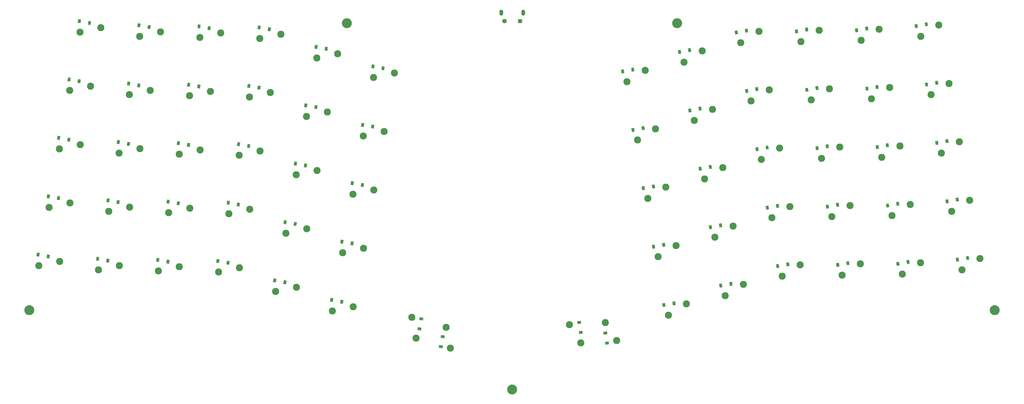
<source format=gbr>
G04 #@! TF.GenerationSoftware,KiCad,Pcbnew,(2017-07-28 revision 75cda5021)-master*
G04 #@! TF.CreationDate,2017-07-30T20:24:49-04:00*
G04 #@! TF.ProjectId,keyboard,6B6579626F6172642E6B696361645F70,rev?*
G04 #@! TF.SameCoordinates,Original*
G04 #@! TF.FileFunction,Soldermask,Bot*
G04 #@! TF.FilePolarity,Negative*
%FSLAX46Y46*%
G04 Gerber Fmt 4.6, Leading zero omitted, Abs format (unit mm)*
G04 Created by KiCad (PCBNEW (2017-07-28 revision 75cda5021)-master) date Sun Jul 30 20:24:49 2017*
%MOMM*%
%LPD*%
G01*
G04 APERTURE LIST*
%ADD10C,3.200000*%
%ADD11C,2.286000*%
%ADD12O,1.200000X1.900000*%
%ADD13C,1.450000*%
%ADD14C,0.900000*%
%ADD15C,0.100000*%
G04 APERTURE END LIST*
D10*
X178999998Y-154926683D03*
X333808056Y-129462701D03*
X24191942Y-129462701D03*
X231965706Y-37273705D03*
X126034292Y-37273705D03*
D11*
X221708452Y-52434479D03*
X215895989Y-56038557D03*
X47144131Y-38746240D03*
X40449536Y-40144986D03*
X134678369Y-90837788D03*
X127983774Y-92236534D03*
X137986367Y-72077200D03*
X131291772Y-73475946D03*
X201035500Y-139974224D03*
X197431422Y-134161761D03*
X208908308Y-133427669D03*
X212512386Y-139240132D03*
D12*
X175555000Y-33876000D03*
X182555000Y-33876000D03*
D13*
X176555000Y-36576000D03*
X181555000Y-36576000D03*
D11*
X43836133Y-57506828D03*
X37141538Y-58905574D03*
X40528135Y-76267416D03*
X33833540Y-77666162D03*
X37220137Y-95028004D03*
X30525542Y-96426750D03*
X33912139Y-113788592D03*
X27217544Y-115187338D03*
X66252015Y-40084622D03*
X59557420Y-41483368D03*
X62944017Y-58845210D03*
X56249422Y-60243956D03*
X59636019Y-77605798D03*
X52941424Y-79004544D03*
X56328021Y-96366386D03*
X49633426Y-97765132D03*
X53020023Y-115126974D03*
X46325428Y-116525720D03*
X85533547Y-40438196D03*
X78838952Y-41836942D03*
X82225549Y-59198784D03*
X75530954Y-60597530D03*
X78917551Y-77959372D03*
X72222956Y-79358118D03*
X75609553Y-96719960D03*
X68914958Y-98118706D03*
X72301555Y-115480548D03*
X65606960Y-116879294D03*
X104815079Y-40791770D03*
X98120484Y-42190516D03*
X101507081Y-59552358D03*
X94812486Y-60951104D03*
X98199083Y-78312946D03*
X91504488Y-79711692D03*
X94891085Y-97073534D03*
X88196490Y-98472280D03*
X91583087Y-115834122D03*
X84888492Y-117232868D03*
X123054722Y-47054191D03*
X116360127Y-48452937D03*
X119746724Y-65814779D03*
X113052129Y-67213525D03*
X116438726Y-84575367D03*
X109744131Y-85974113D03*
X113130728Y-103335955D03*
X106436133Y-104734701D03*
X109822730Y-122096543D03*
X103128135Y-123495289D03*
X141294365Y-53316612D03*
X134599770Y-54715358D03*
X131370371Y-109598376D03*
X124675776Y-110997122D03*
X128062373Y-128358964D03*
X121367778Y-129757710D03*
X225016450Y-71195067D03*
X219203987Y-74799145D03*
X228324448Y-89955655D03*
X222511985Y-93559733D03*
X231632446Y-108716243D03*
X225819983Y-112320321D03*
X234940444Y-127476831D03*
X229127981Y-131080909D03*
X239948096Y-46172058D03*
X234135633Y-49776136D03*
X243256094Y-64932646D03*
X237443631Y-68536724D03*
X246564092Y-83693234D03*
X240751629Y-87297312D03*
X249872090Y-102453822D03*
X244059627Y-106057900D03*
X253180088Y-121214410D03*
X247367625Y-124818488D03*
X258187740Y-39909637D03*
X252375277Y-43513715D03*
X261495738Y-58670225D03*
X255683275Y-62274303D03*
X264803736Y-77430813D03*
X258991273Y-81034891D03*
X268111734Y-96191401D03*
X262299271Y-99795479D03*
X271419732Y-114951989D03*
X265607269Y-118556067D03*
X277469273Y-39556063D03*
X271656810Y-43160141D03*
X280777271Y-58316651D03*
X274964808Y-61920729D03*
X284085269Y-77077239D03*
X278272806Y-80681317D03*
X287393267Y-95837827D03*
X281580804Y-99441905D03*
X290701265Y-114598415D03*
X284888802Y-118202493D03*
X296750806Y-39202489D03*
X290938343Y-42806567D03*
X300058804Y-57963077D03*
X294246341Y-61567155D03*
X303366802Y-76723665D03*
X297554339Y-80327743D03*
X306674800Y-95484253D03*
X300862337Y-99088331D03*
X309982798Y-114244841D03*
X304170335Y-117848919D03*
X315858691Y-37864107D03*
X310046228Y-41468185D03*
X319166689Y-56624695D03*
X313354226Y-60228773D03*
X322474687Y-75385283D03*
X316662224Y-78989361D03*
X325782685Y-94145871D03*
X319970222Y-97749949D03*
X329090683Y-112906459D03*
X323278220Y-116510537D03*
X148209552Y-138430492D03*
X146810806Y-131735897D03*
X157846625Y-134971401D03*
X159245371Y-141665996D03*
D14*
X43472985Y-37164724D03*
D15*
G36*
X44020337Y-36651981D02*
X43811960Y-37833750D01*
X42925633Y-37677467D01*
X43134010Y-36495698D01*
X44020337Y-36651981D01*
X44020337Y-36651981D01*
G37*
D14*
X40223119Y-36591686D03*
D15*
G36*
X40770471Y-36078943D02*
X40562094Y-37260712D01*
X39675767Y-37104429D01*
X39884144Y-35922660D01*
X40770471Y-36078943D01*
X40770471Y-36078943D01*
G37*
D14*
X36915121Y-55352274D03*
D15*
G36*
X37462473Y-54839531D02*
X37254096Y-56021300D01*
X36367769Y-55865017D01*
X36576146Y-54683248D01*
X37462473Y-54839531D01*
X37462473Y-54839531D01*
G37*
D14*
X40164987Y-55925312D03*
D15*
G36*
X40712339Y-55412569D02*
X40503962Y-56594338D01*
X39617635Y-56438055D01*
X39826012Y-55256286D01*
X40712339Y-55412569D01*
X40712339Y-55412569D01*
G37*
D14*
X36856989Y-74685900D03*
D15*
G36*
X37404341Y-74173157D02*
X37195964Y-75354926D01*
X36309637Y-75198643D01*
X36518014Y-74016874D01*
X37404341Y-74173157D01*
X37404341Y-74173157D01*
G37*
D14*
X33607123Y-74112862D03*
D15*
G36*
X34154475Y-73600119D02*
X33946098Y-74781888D01*
X33059771Y-74625605D01*
X33268148Y-73443836D01*
X34154475Y-73600119D01*
X34154475Y-73600119D01*
G37*
D14*
X30299125Y-92873450D03*
D15*
G36*
X30846477Y-92360707D02*
X30638100Y-93542476D01*
X29751773Y-93386193D01*
X29960150Y-92204424D01*
X30846477Y-92360707D01*
X30846477Y-92360707D01*
G37*
D14*
X33548991Y-93446488D03*
D15*
G36*
X34096343Y-92933745D02*
X33887966Y-94115514D01*
X33001639Y-93959231D01*
X33210016Y-92777462D01*
X34096343Y-92933745D01*
X34096343Y-92933745D01*
G37*
D14*
X30240993Y-112207076D03*
D15*
G36*
X30788345Y-111694333D02*
X30579968Y-112876102D01*
X29693641Y-112719819D01*
X29902018Y-111538050D01*
X30788345Y-111694333D01*
X30788345Y-111694333D01*
G37*
D14*
X26991127Y-111634038D03*
D15*
G36*
X27538479Y-111121295D02*
X27330102Y-112303064D01*
X26443775Y-112146781D01*
X26652152Y-110965012D01*
X27538479Y-111121295D01*
X27538479Y-111121295D01*
G37*
D14*
X59331003Y-37930068D03*
D15*
G36*
X59878355Y-37417325D02*
X59669978Y-38599094D01*
X58783651Y-38442811D01*
X58992028Y-37261042D01*
X59878355Y-37417325D01*
X59878355Y-37417325D01*
G37*
D14*
X62580869Y-38503106D03*
D15*
G36*
X63128221Y-37990363D02*
X62919844Y-39172132D01*
X62033517Y-39015849D01*
X62241894Y-37834080D01*
X63128221Y-37990363D01*
X63128221Y-37990363D01*
G37*
D14*
X59272871Y-57263694D03*
D15*
G36*
X59820223Y-56750951D02*
X59611846Y-57932720D01*
X58725519Y-57776437D01*
X58933896Y-56594668D01*
X59820223Y-56750951D01*
X59820223Y-56750951D01*
G37*
D14*
X56023005Y-56690656D03*
D15*
G36*
X56570357Y-56177913D02*
X56361980Y-57359682D01*
X55475653Y-57203399D01*
X55684030Y-56021630D01*
X56570357Y-56177913D01*
X56570357Y-56177913D01*
G37*
D14*
X52715007Y-75451244D03*
D15*
G36*
X53262359Y-74938501D02*
X53053982Y-76120270D01*
X52167655Y-75963987D01*
X52376032Y-74782218D01*
X53262359Y-74938501D01*
X53262359Y-74938501D01*
G37*
D14*
X55964873Y-76024282D03*
D15*
G36*
X56512225Y-75511539D02*
X56303848Y-76693308D01*
X55417521Y-76537025D01*
X55625898Y-75355256D01*
X56512225Y-75511539D01*
X56512225Y-75511539D01*
G37*
D14*
X52656875Y-94784870D03*
D15*
G36*
X53204227Y-94272127D02*
X52995850Y-95453896D01*
X52109523Y-95297613D01*
X52317900Y-94115844D01*
X53204227Y-94272127D01*
X53204227Y-94272127D01*
G37*
D14*
X49407009Y-94211832D03*
D15*
G36*
X49954361Y-93699089D02*
X49745984Y-94880858D01*
X48859657Y-94724575D01*
X49068034Y-93542806D01*
X49954361Y-93699089D01*
X49954361Y-93699089D01*
G37*
D14*
X46099011Y-112972420D03*
D15*
G36*
X46646363Y-112459677D02*
X46437986Y-113641446D01*
X45551659Y-113485163D01*
X45760036Y-112303394D01*
X46646363Y-112459677D01*
X46646363Y-112459677D01*
G37*
D14*
X49348877Y-113545458D03*
D15*
G36*
X49896229Y-113032715D02*
X49687852Y-114214484D01*
X48801525Y-114058201D01*
X49009902Y-112876432D01*
X49896229Y-113032715D01*
X49896229Y-113032715D01*
G37*
D14*
X81862401Y-38856680D03*
D15*
G36*
X82409753Y-38343937D02*
X82201376Y-39525706D01*
X81315049Y-39369423D01*
X81523426Y-38187654D01*
X82409753Y-38343937D01*
X82409753Y-38343937D01*
G37*
D14*
X78612535Y-38283642D03*
D15*
G36*
X79159887Y-37770899D02*
X78951510Y-38952668D01*
X78065183Y-38796385D01*
X78273560Y-37614616D01*
X79159887Y-37770899D01*
X79159887Y-37770899D01*
G37*
D14*
X75304537Y-57044230D03*
D15*
G36*
X75851889Y-56531487D02*
X75643512Y-57713256D01*
X74757185Y-57556973D01*
X74965562Y-56375204D01*
X75851889Y-56531487D01*
X75851889Y-56531487D01*
G37*
D14*
X78554403Y-57617268D03*
D15*
G36*
X79101755Y-57104525D02*
X78893378Y-58286294D01*
X78007051Y-58130011D01*
X78215428Y-56948242D01*
X79101755Y-57104525D01*
X79101755Y-57104525D01*
G37*
D14*
X75246405Y-76377856D03*
D15*
G36*
X75793757Y-75865113D02*
X75585380Y-77046882D01*
X74699053Y-76890599D01*
X74907430Y-75708830D01*
X75793757Y-75865113D01*
X75793757Y-75865113D01*
G37*
D14*
X71996539Y-75804818D03*
D15*
G36*
X72543891Y-75292075D02*
X72335514Y-76473844D01*
X71449187Y-76317561D01*
X71657564Y-75135792D01*
X72543891Y-75292075D01*
X72543891Y-75292075D01*
G37*
D14*
X68688541Y-94565406D03*
D15*
G36*
X69235893Y-94052663D02*
X69027516Y-95234432D01*
X68141189Y-95078149D01*
X68349566Y-93896380D01*
X69235893Y-94052663D01*
X69235893Y-94052663D01*
G37*
D14*
X71938407Y-95138444D03*
D15*
G36*
X72485759Y-94625701D02*
X72277382Y-95807470D01*
X71391055Y-95651187D01*
X71599432Y-94469418D01*
X72485759Y-94625701D01*
X72485759Y-94625701D01*
G37*
D14*
X68630409Y-113899032D03*
D15*
G36*
X69177761Y-113386289D02*
X68969384Y-114568058D01*
X68083057Y-114411775D01*
X68291434Y-113230006D01*
X69177761Y-113386289D01*
X69177761Y-113386289D01*
G37*
D14*
X65380543Y-113325994D03*
D15*
G36*
X65927895Y-112813251D02*
X65719518Y-113995020D01*
X64833191Y-113838737D01*
X65041568Y-112656968D01*
X65927895Y-112813251D01*
X65927895Y-112813251D01*
G37*
D14*
X97894067Y-38637216D03*
D15*
G36*
X98441419Y-38124473D02*
X98233042Y-39306242D01*
X97346715Y-39149959D01*
X97555092Y-37968190D01*
X98441419Y-38124473D01*
X98441419Y-38124473D01*
G37*
D14*
X101143933Y-39210254D03*
D15*
G36*
X101691285Y-38697511D02*
X101482908Y-39879280D01*
X100596581Y-39722997D01*
X100804958Y-38541228D01*
X101691285Y-38697511D01*
X101691285Y-38697511D01*
G37*
D14*
X97835935Y-57970842D03*
D15*
G36*
X98383287Y-57458099D02*
X98174910Y-58639868D01*
X97288583Y-58483585D01*
X97496960Y-57301816D01*
X98383287Y-57458099D01*
X98383287Y-57458099D01*
G37*
D14*
X94586069Y-57397804D03*
D15*
G36*
X95133421Y-56885061D02*
X94925044Y-58066830D01*
X94038717Y-57910547D01*
X94247094Y-56728778D01*
X95133421Y-56885061D01*
X95133421Y-56885061D01*
G37*
D14*
X91278071Y-76158392D03*
D15*
G36*
X91825423Y-75645649D02*
X91617046Y-76827418D01*
X90730719Y-76671135D01*
X90939096Y-75489366D01*
X91825423Y-75645649D01*
X91825423Y-75645649D01*
G37*
D14*
X94527937Y-76731430D03*
D15*
G36*
X95075289Y-76218687D02*
X94866912Y-77400456D01*
X93980585Y-77244173D01*
X94188962Y-76062404D01*
X95075289Y-76218687D01*
X95075289Y-76218687D01*
G37*
D14*
X91219939Y-95492018D03*
D15*
G36*
X91767291Y-94979275D02*
X91558914Y-96161044D01*
X90672587Y-96004761D01*
X90880964Y-94822992D01*
X91767291Y-94979275D01*
X91767291Y-94979275D01*
G37*
D14*
X87970073Y-94918980D03*
D15*
G36*
X88517425Y-94406237D02*
X88309048Y-95588006D01*
X87422721Y-95431723D01*
X87631098Y-94249954D01*
X88517425Y-94406237D01*
X88517425Y-94406237D01*
G37*
D14*
X87911941Y-114252606D03*
D15*
G36*
X88459293Y-113739863D02*
X88250916Y-114921632D01*
X87364589Y-114765349D01*
X87572966Y-113583580D01*
X88459293Y-113739863D01*
X88459293Y-113739863D01*
G37*
D14*
X84662075Y-113679568D03*
D15*
G36*
X85209427Y-113166825D02*
X85001050Y-114348594D01*
X84114723Y-114192311D01*
X84323100Y-113010542D01*
X85209427Y-113166825D01*
X85209427Y-113166825D01*
G37*
D14*
X116133710Y-44899637D03*
D15*
G36*
X116681062Y-44386894D02*
X116472685Y-45568663D01*
X115586358Y-45412380D01*
X115794735Y-44230611D01*
X116681062Y-44386894D01*
X116681062Y-44386894D01*
G37*
D14*
X119383576Y-45472675D03*
D15*
G36*
X119930928Y-44959932D02*
X119722551Y-46141701D01*
X118836224Y-45985418D01*
X119044601Y-44803649D01*
X119930928Y-44959932D01*
X119930928Y-44959932D01*
G37*
D14*
X112825712Y-63660225D03*
D15*
G36*
X113373064Y-63147482D02*
X113164687Y-64329251D01*
X112278360Y-64172968D01*
X112486737Y-62991199D01*
X113373064Y-63147482D01*
X113373064Y-63147482D01*
G37*
D14*
X116075578Y-64233263D03*
D15*
G36*
X116622930Y-63720520D02*
X116414553Y-64902289D01*
X115528226Y-64746006D01*
X115736603Y-63564237D01*
X116622930Y-63720520D01*
X116622930Y-63720520D01*
G37*
D14*
X112767580Y-82993851D03*
D15*
G36*
X113314932Y-82481108D02*
X113106555Y-83662877D01*
X112220228Y-83506594D01*
X112428605Y-82324825D01*
X113314932Y-82481108D01*
X113314932Y-82481108D01*
G37*
D14*
X109517714Y-82420813D03*
D15*
G36*
X110065066Y-81908070D02*
X109856689Y-83089839D01*
X108970362Y-82933556D01*
X109178739Y-81751787D01*
X110065066Y-81908070D01*
X110065066Y-81908070D01*
G37*
D14*
X106209716Y-101181401D03*
D15*
G36*
X106757068Y-100668658D02*
X106548691Y-101850427D01*
X105662364Y-101694144D01*
X105870741Y-100512375D01*
X106757068Y-100668658D01*
X106757068Y-100668658D01*
G37*
D14*
X109459582Y-101754439D03*
D15*
G36*
X110006934Y-101241696D02*
X109798557Y-102423465D01*
X108912230Y-102267182D01*
X109120607Y-101085413D01*
X110006934Y-101241696D01*
X110006934Y-101241696D01*
G37*
D14*
X106151584Y-120515027D03*
D15*
G36*
X106698936Y-120002284D02*
X106490559Y-121184053D01*
X105604232Y-121027770D01*
X105812609Y-119846001D01*
X106698936Y-120002284D01*
X106698936Y-120002284D01*
G37*
D14*
X102901718Y-119941989D03*
D15*
G36*
X103449070Y-119429246D02*
X103240693Y-120611015D01*
X102354366Y-120454732D01*
X102562743Y-119272963D01*
X103449070Y-119429246D01*
X103449070Y-119429246D01*
G37*
D14*
X134373353Y-51162058D03*
D15*
G36*
X134920705Y-50649315D02*
X134712328Y-51831084D01*
X133826001Y-51674801D01*
X134034378Y-50493032D01*
X134920705Y-50649315D01*
X134920705Y-50649315D01*
G37*
D14*
X137623219Y-51735096D03*
D15*
G36*
X138170571Y-51222353D02*
X137962194Y-52404122D01*
X137075867Y-52247839D01*
X137284244Y-51066070D01*
X138170571Y-51222353D01*
X138170571Y-51222353D01*
G37*
D14*
X134315221Y-70495684D03*
D15*
G36*
X134862573Y-69982941D02*
X134654196Y-71164710D01*
X133767869Y-71008427D01*
X133976246Y-69826658D01*
X134862573Y-69982941D01*
X134862573Y-69982941D01*
G37*
D14*
X131065355Y-69922646D03*
D15*
G36*
X131612707Y-69409903D02*
X131404330Y-70591672D01*
X130518003Y-70435389D01*
X130726380Y-69253620D01*
X131612707Y-69409903D01*
X131612707Y-69409903D01*
G37*
D14*
X127757357Y-88683234D03*
D15*
G36*
X128304709Y-88170491D02*
X128096332Y-89352260D01*
X127210005Y-89195977D01*
X127418382Y-88014208D01*
X128304709Y-88170491D01*
X128304709Y-88170491D01*
G37*
D14*
X131007223Y-89256272D03*
D15*
G36*
X131554575Y-88743529D02*
X131346198Y-89925298D01*
X130459871Y-89769015D01*
X130668248Y-88587246D01*
X131554575Y-88743529D01*
X131554575Y-88743529D01*
G37*
D14*
X124449359Y-107443822D03*
D15*
G36*
X124996711Y-106931079D02*
X124788334Y-108112848D01*
X123902007Y-107956565D01*
X124110384Y-106774796D01*
X124996711Y-106931079D01*
X124996711Y-106931079D01*
G37*
D14*
X127699225Y-108016860D03*
D15*
G36*
X128246577Y-107504117D02*
X128038200Y-108685886D01*
X127151873Y-108529603D01*
X127360250Y-107347834D01*
X128246577Y-107504117D01*
X128246577Y-107504117D01*
G37*
D14*
X124391227Y-126777448D03*
D15*
G36*
X124938579Y-126264705D02*
X124730202Y-127446474D01*
X123843875Y-127290191D01*
X124052252Y-126108422D01*
X124938579Y-126264705D01*
X124938579Y-126264705D01*
G37*
D14*
X121141361Y-126204410D03*
D15*
G36*
X121688713Y-125691667D02*
X121480336Y-126873436D01*
X120594009Y-126717153D01*
X120802386Y-125535384D01*
X121688713Y-125691667D01*
X121688713Y-125691667D01*
G37*
D14*
X217717793Y-52203948D03*
D15*
G36*
X218056768Y-51534922D02*
X218265145Y-52716691D01*
X217378818Y-52872974D01*
X217170441Y-51691205D01*
X218056768Y-51534922D01*
X218056768Y-51534922D01*
G37*
D14*
X214467927Y-52776986D03*
D15*
G36*
X214806902Y-52107960D02*
X215015279Y-53289729D01*
X214128952Y-53446012D01*
X213920575Y-52264243D01*
X214806902Y-52107960D01*
X214806902Y-52107960D01*
G37*
D14*
X217775925Y-71537574D03*
D15*
G36*
X218114900Y-70868548D02*
X218323277Y-72050317D01*
X217436950Y-72206600D01*
X217228573Y-71024831D01*
X218114900Y-70868548D01*
X218114900Y-70868548D01*
G37*
D14*
X221025791Y-70964536D03*
D15*
G36*
X221364766Y-70295510D02*
X221573143Y-71477279D01*
X220686816Y-71633562D01*
X220478439Y-70451793D01*
X221364766Y-70295510D01*
X221364766Y-70295510D01*
G37*
D14*
X224333789Y-89725124D03*
D15*
G36*
X224672764Y-89056098D02*
X224881141Y-90237867D01*
X223994814Y-90394150D01*
X223786437Y-89212381D01*
X224672764Y-89056098D01*
X224672764Y-89056098D01*
G37*
D14*
X221083923Y-90298162D03*
D15*
G36*
X221422898Y-89629136D02*
X221631275Y-90810905D01*
X220744948Y-90967188D01*
X220536571Y-89785419D01*
X221422898Y-89629136D01*
X221422898Y-89629136D01*
G37*
D14*
X224391921Y-109058750D03*
D15*
G36*
X224730896Y-108389724D02*
X224939273Y-109571493D01*
X224052946Y-109727776D01*
X223844569Y-108546007D01*
X224730896Y-108389724D01*
X224730896Y-108389724D01*
G37*
D14*
X227641787Y-108485712D03*
D15*
G36*
X227980762Y-107816686D02*
X228189139Y-108998455D01*
X227302812Y-109154738D01*
X227094435Y-107972969D01*
X227980762Y-107816686D01*
X227980762Y-107816686D01*
G37*
D14*
X230949785Y-127246300D03*
D15*
G36*
X231288760Y-126577274D02*
X231497137Y-127759043D01*
X230610810Y-127915326D01*
X230402433Y-126733557D01*
X231288760Y-126577274D01*
X231288760Y-126577274D01*
G37*
D14*
X227699919Y-127819338D03*
D15*
G36*
X228038894Y-127150312D02*
X228247271Y-128332081D01*
X227360944Y-128488364D01*
X227152567Y-127306595D01*
X228038894Y-127150312D01*
X228038894Y-127150312D01*
G37*
D14*
X232707571Y-46514565D03*
D15*
G36*
X233046546Y-45845539D02*
X233254923Y-47027308D01*
X232368596Y-47183591D01*
X232160219Y-46001822D01*
X233046546Y-45845539D01*
X233046546Y-45845539D01*
G37*
D14*
X235957437Y-45941527D03*
D15*
G36*
X236296412Y-45272501D02*
X236504789Y-46454270D01*
X235618462Y-46610553D01*
X235410085Y-45428784D01*
X236296412Y-45272501D01*
X236296412Y-45272501D01*
G37*
D14*
X239265435Y-64702115D03*
D15*
G36*
X239604410Y-64033089D02*
X239812787Y-65214858D01*
X238926460Y-65371141D01*
X238718083Y-64189372D01*
X239604410Y-64033089D01*
X239604410Y-64033089D01*
G37*
D14*
X236015569Y-65275153D03*
D15*
G36*
X236354544Y-64606127D02*
X236562921Y-65787896D01*
X235676594Y-65944179D01*
X235468217Y-64762410D01*
X236354544Y-64606127D01*
X236354544Y-64606127D01*
G37*
D14*
X239323567Y-84035741D03*
D15*
G36*
X239662542Y-83366715D02*
X239870919Y-84548484D01*
X238984592Y-84704767D01*
X238776215Y-83522998D01*
X239662542Y-83366715D01*
X239662542Y-83366715D01*
G37*
D14*
X242573433Y-83462703D03*
D15*
G36*
X242912408Y-82793677D02*
X243120785Y-83975446D01*
X242234458Y-84131729D01*
X242026081Y-82949960D01*
X242912408Y-82793677D01*
X242912408Y-82793677D01*
G37*
D14*
X242631565Y-102796329D03*
D15*
G36*
X242970540Y-102127303D02*
X243178917Y-103309072D01*
X242292590Y-103465355D01*
X242084213Y-102283586D01*
X242970540Y-102127303D01*
X242970540Y-102127303D01*
G37*
D14*
X245881431Y-102223291D03*
D15*
G36*
X246220406Y-101554265D02*
X246428783Y-102736034D01*
X245542456Y-102892317D01*
X245334079Y-101710548D01*
X246220406Y-101554265D01*
X246220406Y-101554265D01*
G37*
D14*
X249189429Y-120983879D03*
D15*
G36*
X249528404Y-120314853D02*
X249736781Y-121496622D01*
X248850454Y-121652905D01*
X248642077Y-120471136D01*
X249528404Y-120314853D01*
X249528404Y-120314853D01*
G37*
D14*
X245939563Y-121556917D03*
D15*
G36*
X246278538Y-120887891D02*
X246486915Y-122069660D01*
X245600588Y-122225943D01*
X245392211Y-121044174D01*
X246278538Y-120887891D01*
X246278538Y-120887891D01*
G37*
D14*
X254197081Y-39679106D03*
D15*
G36*
X254536056Y-39010080D02*
X254744433Y-40191849D01*
X253858106Y-40348132D01*
X253649729Y-39166363D01*
X254536056Y-39010080D01*
X254536056Y-39010080D01*
G37*
D14*
X250947215Y-40252144D03*
D15*
G36*
X251286190Y-39583118D02*
X251494567Y-40764887D01*
X250608240Y-40921170D01*
X250399863Y-39739401D01*
X251286190Y-39583118D01*
X251286190Y-39583118D01*
G37*
D14*
X254255213Y-59012732D03*
D15*
G36*
X254594188Y-58343706D02*
X254802565Y-59525475D01*
X253916238Y-59681758D01*
X253707861Y-58499989D01*
X254594188Y-58343706D01*
X254594188Y-58343706D01*
G37*
D14*
X257505079Y-58439694D03*
D15*
G36*
X257844054Y-57770668D02*
X258052431Y-58952437D01*
X257166104Y-59108720D01*
X256957727Y-57926951D01*
X257844054Y-57770668D01*
X257844054Y-57770668D01*
G37*
D14*
X257563211Y-77773320D03*
D15*
G36*
X257902186Y-77104294D02*
X258110563Y-78286063D01*
X257224236Y-78442346D01*
X257015859Y-77260577D01*
X257902186Y-77104294D01*
X257902186Y-77104294D01*
G37*
D14*
X260813077Y-77200282D03*
D15*
G36*
X261152052Y-76531256D02*
X261360429Y-77713025D01*
X260474102Y-77869308D01*
X260265725Y-76687539D01*
X261152052Y-76531256D01*
X261152052Y-76531256D01*
G37*
D14*
X260871209Y-96533908D03*
D15*
G36*
X261210184Y-95864882D02*
X261418561Y-97046651D01*
X260532234Y-97202934D01*
X260323857Y-96021165D01*
X261210184Y-95864882D01*
X261210184Y-95864882D01*
G37*
D14*
X264121075Y-95960870D03*
D15*
G36*
X264460050Y-95291844D02*
X264668427Y-96473613D01*
X263782100Y-96629896D01*
X263573723Y-95448127D01*
X264460050Y-95291844D01*
X264460050Y-95291844D01*
G37*
D14*
X264179207Y-115294496D03*
D15*
G36*
X264518182Y-114625470D02*
X264726559Y-115807239D01*
X263840232Y-115963522D01*
X263631855Y-114781753D01*
X264518182Y-114625470D01*
X264518182Y-114625470D01*
G37*
D14*
X267429073Y-114721458D03*
D15*
G36*
X267768048Y-114052432D02*
X267976425Y-115234201D01*
X267090098Y-115390484D01*
X266881721Y-114208715D01*
X267768048Y-114052432D01*
X267768048Y-114052432D01*
G37*
D14*
X270228748Y-39898570D03*
D15*
G36*
X270567723Y-39229544D02*
X270776100Y-40411313D01*
X269889773Y-40567596D01*
X269681396Y-39385827D01*
X270567723Y-39229544D01*
X270567723Y-39229544D01*
G37*
D14*
X273478614Y-39325532D03*
D15*
G36*
X273817589Y-38656506D02*
X274025966Y-39838275D01*
X273139639Y-39994558D01*
X272931262Y-38812789D01*
X273817589Y-38656506D01*
X273817589Y-38656506D01*
G37*
D14*
X273536746Y-58659158D03*
D15*
G36*
X273875721Y-57990132D02*
X274084098Y-59171901D01*
X273197771Y-59328184D01*
X272989394Y-58146415D01*
X273875721Y-57990132D01*
X273875721Y-57990132D01*
G37*
D14*
X276786612Y-58086120D03*
D15*
G36*
X277125587Y-57417094D02*
X277333964Y-58598863D01*
X276447637Y-58755146D01*
X276239260Y-57573377D01*
X277125587Y-57417094D01*
X277125587Y-57417094D01*
G37*
D14*
X280094610Y-76846708D03*
D15*
G36*
X280433585Y-76177682D02*
X280641962Y-77359451D01*
X279755635Y-77515734D01*
X279547258Y-76333965D01*
X280433585Y-76177682D01*
X280433585Y-76177682D01*
G37*
D14*
X276844744Y-77419746D03*
D15*
G36*
X277183719Y-76750720D02*
X277392096Y-77932489D01*
X276505769Y-78088772D01*
X276297392Y-76907003D01*
X277183719Y-76750720D01*
X277183719Y-76750720D01*
G37*
D14*
X283402608Y-95607296D03*
D15*
G36*
X283741583Y-94938270D02*
X283949960Y-96120039D01*
X283063633Y-96276322D01*
X282855256Y-95094553D01*
X283741583Y-94938270D01*
X283741583Y-94938270D01*
G37*
D14*
X280152742Y-96180334D03*
D15*
G36*
X280491717Y-95511308D02*
X280700094Y-96693077D01*
X279813767Y-96849360D01*
X279605390Y-95667591D01*
X280491717Y-95511308D01*
X280491717Y-95511308D01*
G37*
D14*
X283460740Y-114940922D03*
D15*
G36*
X283799715Y-114271896D02*
X284008092Y-115453665D01*
X283121765Y-115609948D01*
X282913388Y-114428179D01*
X283799715Y-114271896D01*
X283799715Y-114271896D01*
G37*
D14*
X286710606Y-114367884D03*
D15*
G36*
X287049581Y-113698858D02*
X287257958Y-114880627D01*
X286371631Y-115036910D01*
X286163254Y-113855141D01*
X287049581Y-113698858D01*
X287049581Y-113698858D01*
G37*
D14*
X292760147Y-38971958D03*
D15*
G36*
X293099122Y-38302932D02*
X293307499Y-39484701D01*
X292421172Y-39640984D01*
X292212795Y-38459215D01*
X293099122Y-38302932D01*
X293099122Y-38302932D01*
G37*
D14*
X289510281Y-39544996D03*
D15*
G36*
X289849256Y-38875970D02*
X290057633Y-40057739D01*
X289171306Y-40214022D01*
X288962929Y-39032253D01*
X289849256Y-38875970D01*
X289849256Y-38875970D01*
G37*
D14*
X296068145Y-57732546D03*
D15*
G36*
X296407120Y-57063520D02*
X296615497Y-58245289D01*
X295729170Y-58401572D01*
X295520793Y-57219803D01*
X296407120Y-57063520D01*
X296407120Y-57063520D01*
G37*
D14*
X292818279Y-58305584D03*
D15*
G36*
X293157254Y-57636558D02*
X293365631Y-58818327D01*
X292479304Y-58974610D01*
X292270927Y-57792841D01*
X293157254Y-57636558D01*
X293157254Y-57636558D01*
G37*
D14*
X296126277Y-77066172D03*
D15*
G36*
X296465252Y-76397146D02*
X296673629Y-77578915D01*
X295787302Y-77735198D01*
X295578925Y-76553429D01*
X296465252Y-76397146D01*
X296465252Y-76397146D01*
G37*
D14*
X299376143Y-76493134D03*
D15*
G36*
X299715118Y-75824108D02*
X299923495Y-77005877D01*
X299037168Y-77162160D01*
X298828791Y-75980391D01*
X299715118Y-75824108D01*
X299715118Y-75824108D01*
G37*
D14*
X302684141Y-95253722D03*
D15*
G36*
X303023116Y-94584696D02*
X303231493Y-95766465D01*
X302345166Y-95922748D01*
X302136789Y-94740979D01*
X303023116Y-94584696D01*
X303023116Y-94584696D01*
G37*
D14*
X299434275Y-95826760D03*
D15*
G36*
X299773250Y-95157734D02*
X299981627Y-96339503D01*
X299095300Y-96495786D01*
X298886923Y-95314017D01*
X299773250Y-95157734D01*
X299773250Y-95157734D01*
G37*
D14*
X305992139Y-114014310D03*
D15*
G36*
X306331114Y-113345284D02*
X306539491Y-114527053D01*
X305653164Y-114683336D01*
X305444787Y-113501567D01*
X306331114Y-113345284D01*
X306331114Y-113345284D01*
G37*
D14*
X302742273Y-114587348D03*
D15*
G36*
X303081248Y-113918322D02*
X303289625Y-115100091D01*
X302403298Y-115256374D01*
X302194921Y-114074605D01*
X303081248Y-113918322D01*
X303081248Y-113918322D01*
G37*
D14*
X308618166Y-38206614D03*
D15*
G36*
X308957141Y-37537588D02*
X309165518Y-38719357D01*
X308279191Y-38875640D01*
X308070814Y-37693871D01*
X308957141Y-37537588D01*
X308957141Y-37537588D01*
G37*
D14*
X311868032Y-37633576D03*
D15*
G36*
X312207007Y-36964550D02*
X312415384Y-38146319D01*
X311529057Y-38302602D01*
X311320680Y-37120833D01*
X312207007Y-36964550D01*
X312207007Y-36964550D01*
G37*
D14*
X315176030Y-56394164D03*
D15*
G36*
X315515005Y-55725138D02*
X315723382Y-56906907D01*
X314837055Y-57063190D01*
X314628678Y-55881421D01*
X315515005Y-55725138D01*
X315515005Y-55725138D01*
G37*
D14*
X311926164Y-56967202D03*
D15*
G36*
X312265139Y-56298176D02*
X312473516Y-57479945D01*
X311587189Y-57636228D01*
X311378812Y-56454459D01*
X312265139Y-56298176D01*
X312265139Y-56298176D01*
G37*
D14*
X318484028Y-75154752D03*
D15*
G36*
X318823003Y-74485726D02*
X319031380Y-75667495D01*
X318145053Y-75823778D01*
X317936676Y-74642009D01*
X318823003Y-74485726D01*
X318823003Y-74485726D01*
G37*
D14*
X315234162Y-75727790D03*
D15*
G36*
X315573137Y-75058764D02*
X315781514Y-76240533D01*
X314895187Y-76396816D01*
X314686810Y-75215047D01*
X315573137Y-75058764D01*
X315573137Y-75058764D01*
G37*
D14*
X318542160Y-94488378D03*
D15*
G36*
X318881135Y-93819352D02*
X319089512Y-95001121D01*
X318203185Y-95157404D01*
X317994808Y-93975635D01*
X318881135Y-93819352D01*
X318881135Y-93819352D01*
G37*
D14*
X321792026Y-93915340D03*
D15*
G36*
X322131001Y-93246314D02*
X322339378Y-94428083D01*
X321453051Y-94584366D01*
X321244674Y-93402597D01*
X322131001Y-93246314D01*
X322131001Y-93246314D01*
G37*
D14*
X325100024Y-112675928D03*
D15*
G36*
X325438999Y-112006902D02*
X325647376Y-113188671D01*
X324761049Y-113344954D01*
X324552672Y-112163185D01*
X325438999Y-112006902D01*
X325438999Y-112006902D01*
G37*
D14*
X321850158Y-113248966D03*
D15*
G36*
X322189133Y-112579940D02*
X322397510Y-113761709D01*
X321511183Y-113917992D01*
X321302806Y-112736223D01*
X322189133Y-112579940D01*
X322189133Y-112579940D01*
G37*
D14*
X149313009Y-135482933D03*
D15*
G36*
X149825752Y-136030285D02*
X148643983Y-135821908D01*
X148800266Y-134935581D01*
X149982035Y-135143958D01*
X149825752Y-136030285D01*
X149825752Y-136030285D01*
G37*
D14*
X149886047Y-132233067D03*
D15*
G36*
X150398790Y-132780419D02*
X149217021Y-132572042D01*
X149373304Y-131685715D01*
X150555073Y-131894092D01*
X150398790Y-132780419D01*
X150398790Y-132780419D01*
G37*
D14*
X156177481Y-141197933D03*
D15*
G36*
X155664738Y-140650581D02*
X156846507Y-140858958D01*
X156690224Y-141745285D01*
X155508455Y-141536908D01*
X155664738Y-140650581D01*
X155664738Y-140650581D01*
G37*
D14*
X156750519Y-137948067D03*
D15*
G36*
X156237776Y-137400715D02*
X157419545Y-137609092D01*
X157263262Y-138495419D01*
X156081493Y-138287042D01*
X156237776Y-137400715D01*
X156237776Y-137400715D01*
G37*
D14*
X209455519Y-140054933D03*
D15*
G36*
X208786493Y-139715958D02*
X209968262Y-139507581D01*
X210124545Y-140393908D01*
X208942776Y-140602285D01*
X208786493Y-139715958D01*
X208786493Y-139715958D01*
G37*
D14*
X208882481Y-136805067D03*
D15*
G36*
X208213455Y-136466092D02*
X209395224Y-136257715D01*
X209551507Y-137144042D01*
X208369738Y-137352419D01*
X208213455Y-136466092D01*
X208213455Y-136466092D01*
G37*
D14*
X201073519Y-136625933D03*
D15*
G36*
X201742545Y-136964908D02*
X200560776Y-137173285D01*
X200404493Y-136286958D01*
X201586262Y-136078581D01*
X201742545Y-136964908D01*
X201742545Y-136964908D01*
G37*
D14*
X200500481Y-133376067D03*
D15*
G36*
X201169507Y-133715042D02*
X199987738Y-133923419D01*
X199831455Y-133037092D01*
X201013224Y-132828715D01*
X201169507Y-133715042D01*
X201169507Y-133715042D01*
G37*
M02*

</source>
